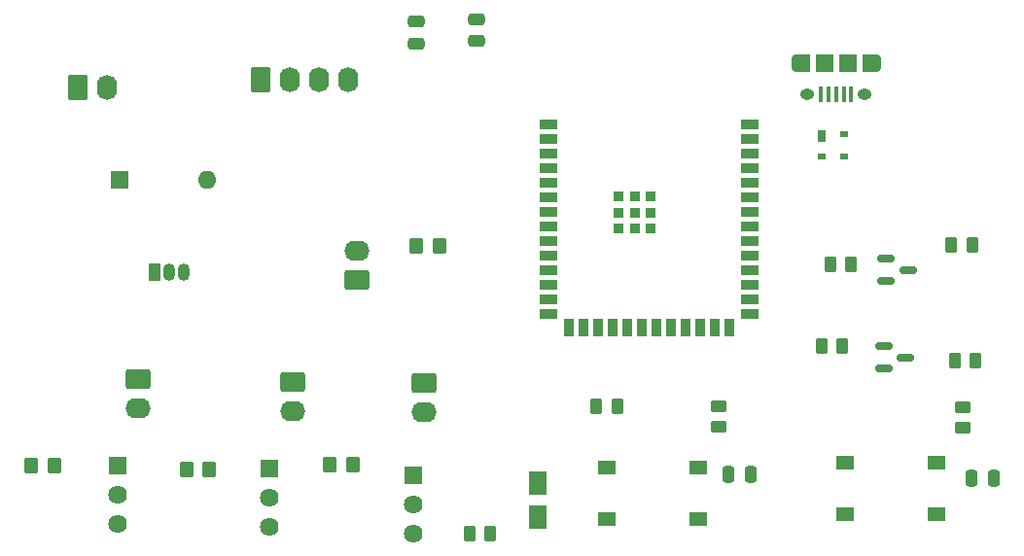
<source format=gbr>
%TF.GenerationSoftware,KiCad,Pcbnew,7.0.10*%
%TF.CreationDate,2024-03-26T16:58:00-05:00*%
%TF.ProjectId,shematic for power and light system,7368656d-6174-4696-9320-666f7220706f,rev?*%
%TF.SameCoordinates,Original*%
%TF.FileFunction,Soldermask,Top*%
%TF.FilePolarity,Negative*%
%FSLAX46Y46*%
G04 Gerber Fmt 4.6, Leading zero omitted, Abs format (unit mm)*
G04 Created by KiCad (PCBNEW 7.0.10) date 2024-03-26 16:58:00*
%MOMM*%
%LPD*%
G01*
G04 APERTURE LIST*
G04 Aperture macros list*
%AMRoundRect*
0 Rectangle with rounded corners*
0 $1 Rounding radius*
0 $2 $3 $4 $5 $6 $7 $8 $9 X,Y pos of 4 corners*
0 Add a 4 corners polygon primitive as box body*
4,1,4,$2,$3,$4,$5,$6,$7,$8,$9,$2,$3,0*
0 Add four circle primitives for the rounded corners*
1,1,$1+$1,$2,$3*
1,1,$1+$1,$4,$5*
1,1,$1+$1,$6,$7*
1,1,$1+$1,$8,$9*
0 Add four rect primitives between the rounded corners*
20,1,$1+$1,$2,$3,$4,$5,0*
20,1,$1+$1,$4,$5,$6,$7,0*
20,1,$1+$1,$6,$7,$8,$9,0*
20,1,$1+$1,$8,$9,$2,$3,0*%
%AMFreePoly0*
4,1,6,1.000000,0.000000,0.500000,-0.750000,-0.500000,-0.750000,-0.500000,0.750000,0.500000,0.750000,1.000000,0.000000,1.000000,0.000000,$1*%
G04 Aperture macros list end*
%ADD10RoundRect,0.250000X0.450000X-0.262500X0.450000X0.262500X-0.450000X0.262500X-0.450000X-0.262500X0*%
%ADD11RoundRect,0.250000X0.845000X-0.620000X0.845000X0.620000X-0.845000X0.620000X-0.845000X-0.620000X0*%
%ADD12O,2.190000X1.740000*%
%ADD13RoundRect,0.250000X-0.262500X-0.450000X0.262500X-0.450000X0.262500X0.450000X-0.262500X0.450000X0*%
%ADD14R,0.400000X1.350000*%
%ADD15O,0.890000X1.550000*%
%ADD16R,1.200000X1.550000*%
%ADD17O,1.250000X0.950000*%
%ADD18R,1.500000X1.550000*%
%ADD19RoundRect,0.250000X-0.350000X-0.450000X0.350000X-0.450000X0.350000X0.450000X-0.350000X0.450000X0*%
%ADD20RoundRect,0.250000X-0.845000X0.620000X-0.845000X-0.620000X0.845000X-0.620000X0.845000X0.620000X0*%
%ADD21R,1.625600X1.625600*%
%ADD22C,1.625600*%
%ADD23R,1.070000X1.500000*%
%ADD24O,1.070000X1.500000*%
%ADD25RoundRect,0.250000X-0.475000X0.250000X-0.475000X-0.250000X0.475000X-0.250000X0.475000X0.250000X0*%
%ADD26R,1.498600X0.889000*%
%ADD27R,0.889000X1.498600*%
%ADD28R,0.889000X0.889000*%
%ADD29R,1.600000X1.600000*%
%ADD30O,1.600000X1.600000*%
%ADD31RoundRect,0.250000X-0.250000X-0.475000X0.250000X-0.475000X0.250000X0.475000X-0.250000X0.475000X0*%
%ADD32RoundRect,0.250000X-0.620000X-0.845000X0.620000X-0.845000X0.620000X0.845000X-0.620000X0.845000X0*%
%ADD33O,1.740000X2.190000*%
%ADD34R,1.550000X1.300000*%
%ADD35R,1.500000X1.500000*%
%ADD36FreePoly0,90.000000*%
%ADD37FreePoly0,270.000000*%
%ADD38RoundRect,0.150000X-0.587500X-0.150000X0.587500X-0.150000X0.587500X0.150000X-0.587500X0.150000X0*%
%ADD39R,0.700000X1.000000*%
%ADD40R,0.700000X0.600000*%
%ADD41RoundRect,0.250000X-0.450000X0.262500X-0.450000X-0.262500X0.450000X-0.262500X0.450000X0.262500X0*%
G04 APERTURE END LIST*
D10*
%TO.C,R9*%
X195389789Y-113187108D03*
X195389789Y-111362108D03*
%TD*%
D11*
%TO.C,BlueTooth1*%
X142615398Y-100277915D03*
D12*
X142615398Y-97737915D03*
%TD*%
D13*
%TO.C,R4*%
X183805720Y-98968279D03*
X185630720Y-98968279D03*
%TD*%
D14*
%TO.C,J1*%
X185629553Y-84103458D03*
X184979553Y-84103458D03*
X184329553Y-84103458D03*
X183679553Y-84103458D03*
X183029553Y-84103458D03*
D15*
X187829553Y-81403458D03*
D16*
X187229553Y-81403458D03*
D17*
X186829553Y-84103458D03*
D18*
X185329553Y-81403458D03*
X183329553Y-81403458D03*
D17*
X181829553Y-84103458D03*
D16*
X181429553Y-81403458D03*
D15*
X180829553Y-81403458D03*
%TD*%
D19*
%TO.C,R2*%
X147768279Y-97342535D03*
X149768279Y-97342535D03*
%TD*%
D20*
%TO.C,LED2*%
X137014557Y-109228516D03*
D12*
X137014557Y-111768516D03*
%TD*%
D21*
%TO.C,Q4*%
X134990157Y-116761054D03*
D22*
X134990157Y-119301054D03*
X134990157Y-121841054D03*
%TD*%
D21*
%TO.C,Q1*%
X121797815Y-116457394D03*
D22*
X121797815Y-118997394D03*
X121797815Y-121537394D03*
%TD*%
D23*
%TO.C,U2*%
X124959876Y-99619985D03*
D24*
X126229876Y-99619985D03*
X127499876Y-99619985D03*
%TD*%
D20*
%TO.C,LED3*%
X148452419Y-109286497D03*
D12*
X148452419Y-111826497D03*
%TD*%
D25*
%TO.C,C4*%
X147734090Y-77808016D03*
X147734090Y-79708016D03*
%TD*%
D19*
%TO.C,R11*%
X127772904Y-116853758D03*
X129772904Y-116853758D03*
%TD*%
D25*
%TO.C,C5*%
X153030094Y-77579309D03*
X153030094Y-79479309D03*
%TD*%
D26*
%TO.C,U1*%
X159312695Y-86720657D03*
X159312695Y-87990657D03*
X159312695Y-89260657D03*
X159312695Y-90530657D03*
X159312695Y-91800657D03*
X159312695Y-93070657D03*
X159312695Y-94340657D03*
X159312695Y-95610657D03*
X159312695Y-96880657D03*
X159312695Y-98150657D03*
X159312695Y-99420657D03*
X159312695Y-100690657D03*
X159312695Y-101960657D03*
X159312695Y-103230657D03*
D27*
X161077695Y-104480657D03*
X162347695Y-104480657D03*
X163617695Y-104480657D03*
X164887695Y-104480657D03*
X166157695Y-104480657D03*
X167427695Y-104480657D03*
X168697695Y-104480657D03*
X169967695Y-104480657D03*
X171237695Y-104480657D03*
X172507695Y-104480657D03*
X173777695Y-104480657D03*
X175047695Y-104480657D03*
D26*
X176812695Y-103230657D03*
X176812695Y-101960657D03*
X176812695Y-100690657D03*
X176812695Y-99420657D03*
X176812695Y-98150657D03*
X176812695Y-96880657D03*
X176812695Y-95610657D03*
X176812695Y-94340657D03*
X176812695Y-93070657D03*
X176812695Y-91800657D03*
X176812695Y-90530657D03*
X176812695Y-89260657D03*
X176812695Y-87990657D03*
X176812695Y-86720657D03*
D28*
X166812695Y-94440657D03*
X166812695Y-93040657D03*
X165412695Y-93040657D03*
X165412695Y-94440657D03*
X165412695Y-95840657D03*
X166812695Y-95840657D03*
X168212695Y-95840657D03*
X168212695Y-94440657D03*
X168212695Y-93040657D03*
%TD*%
D29*
%TO.C,SW1*%
X121904276Y-91572994D03*
D30*
X129524276Y-91572994D03*
%TD*%
D31*
%TO.C,C2*%
X196144003Y-117592762D03*
X198044003Y-117592762D03*
%TD*%
D32*
%TO.C,+12V1*%
X118339464Y-83526003D03*
D33*
X120879464Y-83526003D03*
%TD*%
D21*
%TO.C,Q5*%
X147501475Y-117303843D03*
D22*
X147501475Y-119843843D03*
X147501475Y-122383843D03*
%TD*%
D20*
%TO.C,LED1*%
X123586035Y-108958596D03*
D12*
X123586035Y-111498596D03*
%TD*%
D13*
%TO.C,R8*%
X194650092Y-107369540D03*
X196475092Y-107369540D03*
%TD*%
D31*
%TO.C,C3*%
X174983053Y-117277855D03*
X176883053Y-117277855D03*
%TD*%
D34*
%TO.C,SW3*%
X164343961Y-116629239D03*
X172293961Y-116629239D03*
X164343961Y-121129239D03*
X172293961Y-121129239D03*
%TD*%
D35*
%TO.C,JP1*%
X158315147Y-120689733D03*
X158315147Y-118289733D03*
D36*
X158315147Y-121489733D03*
D37*
X158315147Y-117489733D03*
%TD*%
D19*
%TO.C,R12*%
X140256706Y-116415138D03*
X142256706Y-116415138D03*
%TD*%
D32*
%TO.C,Buck_Converter1*%
X134180397Y-82868073D03*
D33*
X136720397Y-82868073D03*
X139260397Y-82868073D03*
X141800397Y-82868073D03*
%TD*%
D38*
%TO.C,Q3*%
X188478711Y-106104290D03*
X188478711Y-108004290D03*
X190353711Y-107054290D03*
%TD*%
D13*
%TO.C,R5*%
X183060401Y-106104290D03*
X184885401Y-106104290D03*
%TD*%
D39*
%TO.C,D1*%
X183045970Y-87816055D03*
D40*
X183045970Y-89516055D03*
X185045970Y-89516055D03*
X185045970Y-87616055D03*
%TD*%
D13*
%TO.C,R7*%
X194346432Y-97298149D03*
X196171432Y-97298149D03*
%TD*%
D34*
%TO.C,SW2*%
X185094064Y-116224359D03*
X193044064Y-116224359D03*
X185094064Y-120724359D03*
X193044064Y-120724359D03*
%TD*%
D13*
%TO.C,R3*%
X163469196Y-111302125D03*
X165294196Y-111302125D03*
%TD*%
D38*
%TO.C,Q2*%
X188696830Y-98473769D03*
X188696830Y-100373769D03*
X190571830Y-99423769D03*
%TD*%
D41*
%TO.C,R10*%
X174066106Y-111272134D03*
X174066106Y-113097134D03*
%TD*%
D19*
%TO.C,R1*%
X114252501Y-116516358D03*
X116252501Y-116516358D03*
%TD*%
D13*
%TO.C,R6*%
X152402474Y-122428829D03*
X154227474Y-122428829D03*
%TD*%
M02*

</source>
